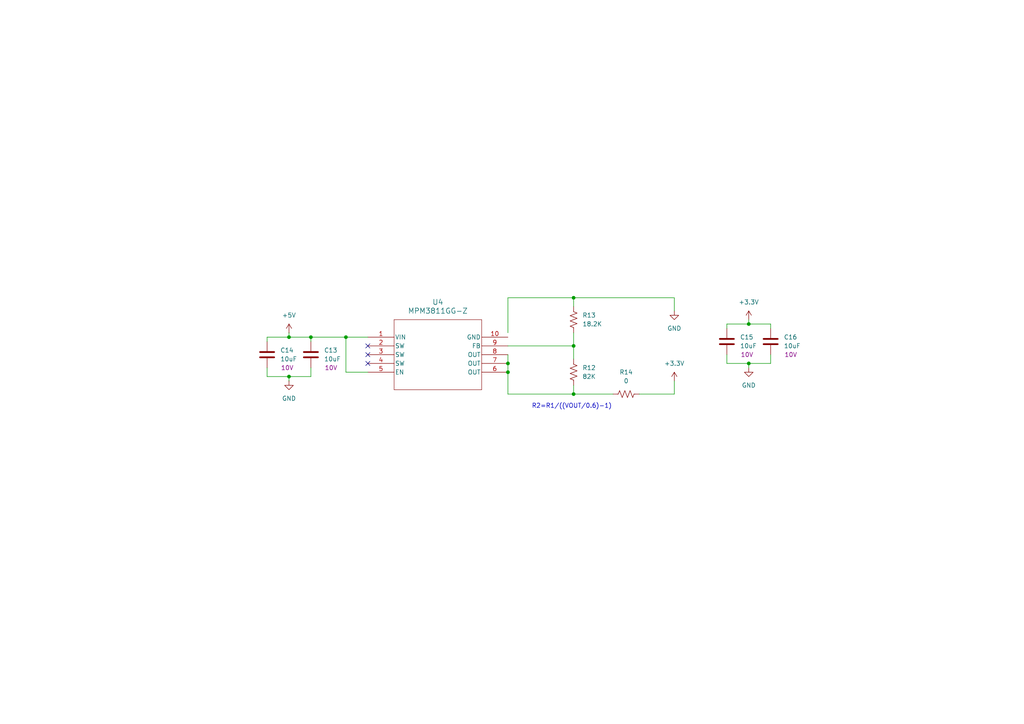
<source format=kicad_sch>
(kicad_sch (version 20250114) (generator "eeschema") (generator_version "9.0")
  (paper "A4")
  (lib_symbols
    (symbol "Device:C" (pin_numbers (hide yes)) (pin_names (offset 0.254))
      (property "Reference" "C" (at 0.635 2.54 0))
      (property "Value" "C" (at 0.635 -2.54 0))
      (symbol "C_0_1"
        (polyline (pts (xy -2.032 0.762) (xy 2.032 0.762)) (stroke (width 0.508)))
        (polyline (pts (xy -2.032 -0.762) (xy 2.032 -0.762)) (stroke (width 0.508)))
      )
      (symbol "C_1_1"
        (pin passive line (at 0 3.81 270) (length 2.794) (name "~") (number "1"))
        (pin passive line (at 0 -3.81 90) (length 2.794) (name "~") (number "2"))
      )
    )
    (symbol "Device:R_US" (pin_numbers (hide yes)) (pin_names (offset 0))
      (property "Reference" "R" (at 2.54 0 90))
      (property "Value" "R_US" (at -2.54 0 90))
      (symbol "R_US_0_1"
        (polyline (pts (xy 0 2.286) (xy 0 2.54)))
        (polyline (pts (xy 0 2.286) (xy 1.016 1.905) (xy 0 1.524) (xy -1.016 1.143) (xy 0 0.762)))
        (polyline (pts (xy 0 0.762) (xy 1.016 0.381) (xy 0 0) (xy -1.016 -0.381) (xy 0 -0.762)))
        (polyline (pts (xy 0 -0.762) (xy 1.016 -1.143) (xy 0 -1.524) (xy -1.016 -1.905) (xy 0 -2.286)))
        (polyline (pts (xy 0 -2.286) (xy 0 -2.54)))
      )
      (symbol "R_US_1_1"
        (pin passive line (at 0 3.81 270) (length 1.27) (name "~") (number "1"))
        (pin passive line (at 0 -3.81 90) (length 1.27) (name "~") (number "2"))
      )
    )
    (symbol "MPM3811GG_Z:MPM3811GG-Z" (pin_names (offset 0.254))
      (property "Reference" "U" (at 20.32 10.16 0))
      (property "Value" "MPM3811GG-Z" (at 20.32 7.62 0))
      (symbol "MPM3811GG-Z_0_1"
        (polyline (pts (xy 7.62 5.08) (xy 7.62 -15.24)) (stroke (width 0.127)))
        (polyline (pts (xy 7.62 -15.24) (xy 33.02 -15.24)) (stroke (width 0.127)))
        (polyline (pts (xy 33.02 5.08) (xy 7.62 5.08)) (stroke (width 0.127)))
        (polyline (pts (xy 33.02 -15.24) (xy 33.02 5.08)) (stroke (width 0.127)))
        (pin power_in line (at 0 0 0) (length 7.62) (name "VIN") (number "1"))
        (pin output line (at 0 -2.54 0) (length 7.62) (name "SW") (number "2"))
        (pin output line (at 0 -5.08 0) (length 7.62) (name "SW") (number "3"))
        (pin output line (at 0 -7.62 0) (length 7.62) (name "SW") (number "4"))
        (pin bidirectional line (at 0 -10.16 0) (length 7.62) (name "EN") (number "5"))
        (pin power_out line (at 40.64 0 180) (length 7.62) (name "GND") (number "10"))
        (pin output line (at 40.64 -2.54 180) (length 7.62) (name "FB") (number "9"))
        (pin unspecified line (at 40.64 -5.08 180) (length 7.62) (name "OUT") (number "8"))
        (pin output line (at 40.64 -7.62 180) (length 7.62) (name "OUT") (number "7"))
        (pin output line (at 40.64 -10.16 180) (length 7.62) (name "OUT") (number "6"))
      )
    )
    (symbol "power:+3.3V" (power) (pin_numbers (hide yes)) (pin_names (offset 0) (hide yes))
      (property "Value" "+3.3V" (at 0 3.556 0))
      (symbol "+3.3V_0_1"
        (polyline (pts (xy -0.762 1.27) (xy 0 2.54)))
        (polyline (pts (xy 0 2.54) (xy 0.762 1.27)))
        (polyline (pts (xy 0 0) (xy 0 2.54)))
      )
      (symbol "+3.3V_1_1"
        (pin power_in line (at 0 0 90) (length 0) (name "~") (number "1"))
      )
    )
    (symbol "power:+5V" (power) (pin_numbers (hide yes)) (pin_names (offset 0) (hide yes))
      (property "Value" "+5V" (at 0 3.556 0))
      (symbol "+5V_0_1"
        (polyline (pts (xy -0.762 1.27) (xy 0 2.54)))
        (polyline (pts (xy 0 2.54) (xy 0.762 1.27)))
        (polyline (pts (xy 0 0) (xy 0 2.54)))
      )
      (symbol "+5V_1_1"
        (pin power_in line (at 0 0 90) (length 0) (name "~") (number "1"))
      )
    )
    (symbol "power:GND" (power) (pin_numbers (hide yes)) (pin_names (offset 0) (hide yes))
      (property "Value" "GND" (at 0 -3.81 0))
      (symbol "GND_0_1"
        (polyline (pts (xy 0 0) (xy 0 -1.27) (xy 1.27 -1.27) (xy 0 -2.54) (xy -1.27 -1.27) (xy 0 -1.27)))
      )
      (symbol "GND_1_1"
        (pin power_in line (at 0 0 270) (length 0) (name "~") (number "1"))
      )
    )
  )
  (text "R2=R1/((VOUT/0.6)-1)" (at 165.862 117.856 0) (effects (font (size 1.27 1.27))))
  (junction (at 90.17 97.79))
  (junction (at 100.33 97.79))
  (junction (at 217.17 105.41))
  (junction (at 166.37 100.33))
  (junction (at 166.37 86.36))
  (junction (at 83.82 109.22))
  (junction (at 147.32 105.41))
  (junction (at 83.82 97.79))
  (junction (at 147.32 107.95))
  (junction (at 217.17 93.98))
  (junction (at 166.37 114.3))
  (no_connect (at 106.68 105.41))
  (no_connect (at 106.68 100.33))
  (no_connect (at 106.68 102.87))
  (wire (pts (xy 83.82 109.22) (xy 90.17 109.22)))
  (wire (pts (xy 83.82 97.79) (xy 90.17 97.79)))
  (wire (pts (xy 147.32 96.52) (xy 147.32 86.36)))
  (wire (pts (xy 210.82 105.41) (xy 217.17 105.41)))
  (wire (pts (xy 166.37 96.52) (xy 166.37 100.33)))
  (wire (pts (xy 166.37 86.36) (xy 166.37 88.9)))
  (wire (pts (xy 210.82 102.87) (xy 210.82 105.41)))
  (wire (pts (xy 217.17 92.71) (xy 217.17 93.98)))
  (wire (pts (xy 195.58 114.3) (xy 185.42 114.3)))
  (wire (pts (xy 166.37 100.33) (xy 166.37 104.14)))
  (wire (pts (xy 100.33 107.95) (xy 100.33 97.79)))
  (wire (pts (xy 90.17 106.68) (xy 90.17 109.22)))
  (wire (pts (xy 223.52 95.25) (xy 223.52 93.98)))
  (wire (pts (xy 195.58 90.17) (xy 195.58 86.36)))
  (wire (pts (xy 147.32 105.41) (xy 147.32 107.95)))
  (wire (pts (xy 77.47 97.79) (xy 83.82 97.79)))
  (wire (pts (xy 90.17 99.06) (xy 90.17 97.79)))
  (wire (pts (xy 147.32 86.36) (xy 166.37 86.36)))
  (wire (pts (xy 166.37 114.3) (xy 147.32 114.3)))
  (wire (pts (xy 77.47 106.68) (xy 77.47 109.22)))
  (wire (pts (xy 166.37 114.3) (xy 177.8 114.3)))
  (wire (pts (xy 195.58 86.36) (xy 166.37 86.36)))
  (wire (pts (xy 217.17 93.98) (xy 223.52 93.98)))
  (wire (pts (xy 83.82 109.22) (xy 83.82 110.49)))
  (wire (pts (xy 77.47 99.06) (xy 77.47 97.79)))
  (wire (pts (xy 210.82 93.98) (xy 217.17 93.98)))
  (wire (pts (xy 217.17 105.41) (xy 223.52 105.41)))
  (wire (pts (xy 100.33 97.79) (xy 106.68 97.79)))
  (wire (pts (xy 147.32 102.87) (xy 147.32 105.41)))
  (wire (pts (xy 217.17 105.41) (xy 217.17 106.68)))
  (wire (pts (xy 166.37 111.76) (xy 166.37 114.3)))
  (wire (pts (xy 223.52 102.87) (xy 223.52 105.41)))
  (wire (pts (xy 106.68 107.95) (xy 100.33 107.95)))
  (wire (pts (xy 90.17 97.79) (xy 100.33 97.79)))
  (wire (pts (xy 147.32 100.33) (xy 166.37 100.33)))
  (wire (pts (xy 147.32 114.3) (xy 147.32 107.95)))
  (wire (pts (xy 83.82 96.52) (xy 83.82 97.79)))
  (wire (pts (xy 195.58 110.49) (xy 195.58 114.3)))
  (wire (pts (xy 210.82 95.25) (xy 210.82 93.98)))
  (wire (pts (xy 77.47 109.22) (xy 83.82 109.22)))
  (symbol (lib_id "power:+3.3V") (at 217.17 92.71 0) (unit 1)
    (property "Reference" "#PWR056" (effects (hide yes)))
    (property "Value" "+3.3V" (at 217.17 87.63 0))
    (property "Description" "Power symbol creates a global label with name \"+3.3V\"" (effects (hide yes)))
  )
  (symbol (lib_id "power:+3.3V") (at 195.58 110.49 0) (unit 1)
    (property "Reference" "#PWR055" (effects (hide yes)))
    (property "Value" "+3.3V" (at 195.58 105.41 0))
    (property "Description" "Power symbol creates a global label with name \"+3.3V\"" (effects (hide yes)))
  )
  (symbol (lib_id "power:GND") (at 217.17 106.68 0) (unit 1)
    (property "Reference" "#PWR057" (effects (hide yes)))
    (property "Value" "GND" (at 217.17 111.76 0))
    (property "Description" "Power symbol creates a global label with name \"GND\" , ground" (effects (hide yes)))
  )
  (symbol (lib_id "power:+5V") (at 83.82 96.52 0) (unit 1)
    (property "Reference" "#PWR052" (effects (hide yes)))
    (property "Value" "+5V" (at 83.82 91.44 0))
    (property "Description" "Power symbol creates a global label with name \"+5V\"" (effects (hide yes)))
  )
  (symbol (lib_id "Device:C") (at 210.82 99.06 0) (unit 1)
    (property "Reference" "C15" (at 214.63 97.7899 0) (effects (justify left)))
    (property "Value" "10uF" (at 214.63 100.3299 0) (effects (justify left)))
    (property "Footprint" "Capacitor_SMD:C_0402_1005Metric_Pad0.74x0.62mm_HandSolder" (effects (hide yes)))
    (property "Description" "Unpolarized capacitor" (effects (hide yes)))
    (property "VOLT" "10V" (at 216.662 102.87 0))
  )
  (symbol (lib_id "MPM3811GG_Z:MPM3811GG-Z") (at 106.68 97.79 0) (unit 1)
    (property "Reference" "U4" (at 127 87.63 0) (effects (font (size 1.524 1.524))))
    (property "Value" "MPM3811GG-Z" (at 127 90.17 0) (effects (font (size 1.524 1.524))))
    (property "Footprint" "MPM3811GG_Z:QFN2x2x1p6_MPM3811_MNP" (effects (hide yes)))
    (property "Datasheet" "https://www.monolithicpower.com/en/documentview/productdocument/index/version/2/document_type/Datasheet/lang/en/sku/MPM3811GG-Z" (effects (hide yes)))
  )
  (symbol (lib_id "Device:C") (at 223.52 99.06 0) (unit 1)
    (property "Reference" "C16" (at 227.33 97.7899 0) (effects (justify left)))
    (property "Value" "10uF" (at 227.33 100.3299 0) (effects (justify left)))
    (property "Footprint" "Capacitor_SMD:C_0402_1005Metric_Pad0.74x0.62mm_HandSolder" (effects (hide yes)))
    (property "Description" "Unpolarized capacitor" (effects (hide yes)))
    (property "VOLT" "10V" (at 229.362 102.87 0))
  )
  (symbol (lib_id "Device:R_US") (at 166.37 107.95 0) (unit 1)
    (property "Reference" "R12" (at 168.91 106.6799 0) (effects (justify left)))
    (property "Value" "82K" (at 168.91 109.2199 0) (effects (justify left)))
    (property "Footprint" "Resistor_SMD:R_0402_1005Metric_Pad0.72x0.64mm_HandSolder" (effects (hide yes)))
    (property "Description" "Resistor, US symbol" (effects (hide yes)))
  )
  (symbol (lib_id "Device:C") (at 90.17 102.87 0) (unit 1)
    (property "Reference" "C13" (at 93.98 101.5999 0) (effects (justify left)))
    (property "Value" "10uF" (at 93.98 104.1399 0) (effects (justify left)))
    (property "Footprint" "Capacitor_SMD:C_0402_1005Metric_Pad0.74x0.62mm_HandSolder" (effects (hide yes)))
    (property "Description" "Unpolarized capacitor" (effects (hide yes)))
    (property "VOLT" "10V" (at 96.012 106.68 0))
  )
  (symbol (lib_id "Device:R_US") (at 181.61 114.3 90) (unit 1)
    (property "Reference" "R14" (at 181.61 107.95 90))
    (property "Value" "0" (at 181.61 110.49 90))
    (property "Footprint" "Resistor_SMD:R_0402_1005Metric_Pad0.72x0.64mm_HandSolder" (effects (hide yes)))
    (property "Description" "Resistor, US symbol" (effects (hide yes)))
  )
  (symbol (lib_id "Device:C") (at 77.47 102.87 0) (unit 1)
    (property "Reference" "C14" (at 81.28 101.5999 0) (effects (justify left)))
    (property "Value" "10uF" (at 81.28 104.1399 0) (effects (justify left)))
    (property "Footprint" "Capacitor_SMD:C_0402_1005Metric_Pad0.74x0.62mm_HandSolder" (effects (hide yes)))
    (property "Description" "Unpolarized capacitor" (effects (hide yes)))
    (property "VOLT" "10V" (at 83.312 106.68 0))
  )
  (symbol (lib_id "power:GND") (at 83.82 110.49 0) (unit 1)
    (property "Reference" "#PWR053" (effects (hide yes)))
    (property "Value" "GND" (at 83.82 115.57 0))
    (property "Description" "Power symbol creates a global label with name \"GND\" , ground" (effects (hide yes)))
  )
  (symbol (lib_id "power:GND") (at 195.58 90.17 0) (unit 1)
    (property "Reference" "#PWR054" (effects (hide yes)))
    (property "Value" "GND" (at 195.58 95.25 0))
    (property "Description" "Power symbol creates a global label with name \"GND\" , ground" (effects (hide yes)))
  )
  (symbol (lib_id "Device:R_US") (at 166.37 92.71 0) (unit 1)
    (property "Reference" "R13" (at 168.91 91.4399 0) (effects (justify left)))
    (property "Value" "18.2K" (at 168.91 93.9799 0) (effects (justify left)))
    (property "Footprint" "Resistor_SMD:R_0402_1005Metric_Pad0.72x0.64mm_HandSolder" (effects (hide yes)))
    (property "Description" "Resistor, US symbol" (effects (hide yes)))
  )
)
</source>
